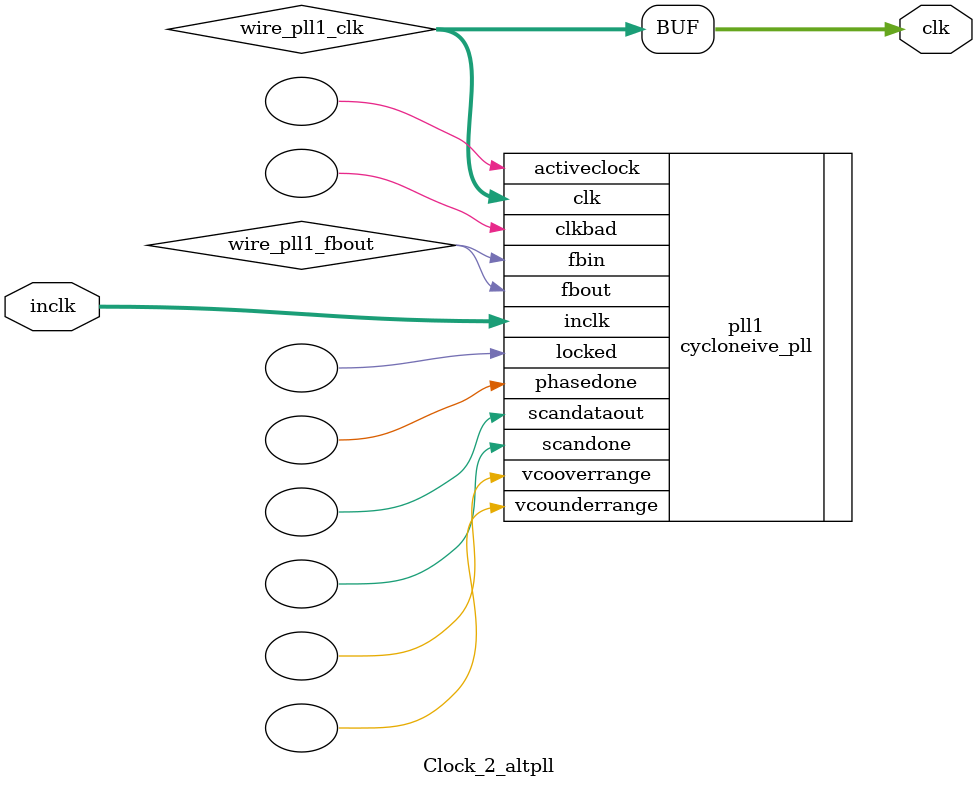
<source format=v>






//synthesis_resources = cycloneive_pll 1 
//synopsys translate_off
`timescale 1 ps / 1 ps
//synopsys translate_on
module  Clock_2_altpll
	( 
	clk,
	inclk) /* synthesis synthesis_clearbox=1 */;
	output   [4:0]  clk;
	input   [1:0]  inclk;
`ifndef ALTERA_RESERVED_QIS
// synopsys translate_off
`endif
	tri0   [1:0]  inclk;
`ifndef ALTERA_RESERVED_QIS
// synopsys translate_on
`endif

	wire  [4:0]   wire_pll1_clk;
	wire  wire_pll1_fbout;

	cycloneive_pll   pll1
	( 
	.activeclock(),
	.clk(wire_pll1_clk),
	.clkbad(),
	.fbin(wire_pll1_fbout),
	.fbout(wire_pll1_fbout),
	.inclk(inclk),
	.locked(),
	.phasedone(),
	.scandataout(),
	.scandone(),
	.vcooverrange(),
	.vcounderrange()
	`ifndef FORMAL_VERIFICATION
	// synopsys translate_off
	`endif
	,
	.areset(1'b0),
	.clkswitch(1'b0),
	.configupdate(1'b0),
	.pfdena(1'b1),
	.phasecounterselect({3{1'b0}}),
	.phasestep(1'b0),
	.phaseupdown(1'b0),
	.scanclk(1'b0),
	.scanclkena(1'b1),
	.scandata(1'b0)
	`ifndef FORMAL_VERIFICATION
	// synopsys translate_on
	`endif
	);
	defparam
		pll1.bandwidth_type = "auto",
		pll1.clk0_divide_by = 10,
		pll1.clk0_duty_cycle = 50,
		pll1.clk0_multiply_by = 1,
		pll1.clk0_phase_shift = "0",
		pll1.clk1_divide_by = 5,
		pll1.clk1_duty_cycle = 50,
		pll1.clk1_multiply_by = 1,
		pll1.clk1_phase_shift = "0",
		pll1.compensate_clock = "clk0",
		pll1.inclk0_input_frequency = 20000,
		pll1.operation_mode = "normal",
		pll1.pll_type = "auto",
		pll1.lpm_type = "cycloneive_pll";
	assign
		clk = {wire_pll1_clk[4:0]};
endmodule //Clock_2_altpll
//VALID FILE

</source>
